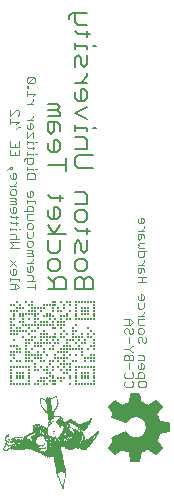
<source format=gbo>
G75*
G70*
%OFA0B0*%
%FSLAX24Y24*%
%IPPOS*%
%LPD*%
%AMOC8*
5,1,8,0,0,1.08239X$1,22.5*
%
%ADD10C,0.0050*%
%ADD11C,0.0030*%
%ADD12R,0.0098X0.0098*%
%ADD13R,0.0020X0.0060*%
%ADD14R,0.0020X0.0020*%
%ADD15R,0.0020X0.0100*%
%ADD16R,0.0020X0.0040*%
%ADD17R,0.0020X0.0080*%
%ADD18R,0.0020X0.0120*%
%ADD19R,0.0020X0.0140*%
%ADD20R,0.0020X0.0200*%
%ADD21R,0.0020X0.0160*%
%ADD22R,0.0020X0.0180*%
%ADD23R,0.0020X0.0220*%
%ADD24R,0.0020X0.0360*%
%ADD25R,0.0020X0.0340*%
%ADD26R,0.0020X0.0320*%
%ADD27R,0.0020X0.0420*%
%ADD28R,0.0020X0.0440*%
%ADD29R,0.0020X0.0400*%
%ADD30R,0.0020X0.0380*%
%ADD31R,0.0020X0.0300*%
%ADD32R,0.0020X0.0460*%
%ADD33R,0.0020X0.0480*%
%ADD34R,0.0020X0.0520*%
%ADD35R,0.0020X0.0540*%
%ADD36R,0.0020X0.0260*%
%ADD37R,0.0020X0.0580*%
%ADD38R,0.0020X0.0800*%
%ADD39R,0.0020X0.0280*%
%ADD40R,0.0020X0.0240*%
%ADD41R,0.0020X0.0500*%
%ADD42R,0.0020X0.0620*%
%ADD43R,0.0020X0.0760*%
%ADD44R,0.0020X0.0840*%
%ADD45R,0.0020X0.0780*%
%ADD46R,0.0020X0.0680*%
%ADD47R,0.0020X0.0660*%
%ADD48R,0.0020X0.0880*%
%ADD49R,0.0020X0.1080*%
%ADD50R,0.0020X0.1180*%
%ADD51R,0.0020X0.1240*%
%ADD52R,0.0020X0.1200*%
%ADD53R,0.0020X0.1100*%
%ADD54R,0.0020X0.1060*%
%ADD55R,0.0020X0.1040*%
%ADD56R,0.0020X0.1020*%
%ADD57R,0.0020X0.0700*%
%ADD58R,0.0020X0.0600*%
%ADD59R,0.0020X0.0560*%
%ADD60C,0.0060*%
D10*
X027697Y017397D02*
X028307Y017397D01*
X028307Y017702D01*
X028205Y017804D01*
X028002Y017804D01*
X027900Y017702D01*
X027900Y017397D01*
X027900Y017600D02*
X027697Y017804D01*
X027798Y018004D02*
X027697Y018106D01*
X027697Y018310D01*
X027798Y018411D01*
X028002Y018411D01*
X028104Y018310D01*
X028104Y018106D01*
X028002Y018004D01*
X027798Y018004D01*
X027798Y018612D02*
X027697Y018714D01*
X027697Y019019D01*
X027697Y019220D02*
X028307Y019220D01*
X028104Y019019D02*
X028104Y018714D01*
X028002Y018612D01*
X027798Y018612D01*
X027900Y019220D02*
X028104Y019525D01*
X028002Y019726D02*
X028104Y019828D01*
X028104Y020032D01*
X028002Y020133D01*
X027900Y020133D01*
X027900Y019726D01*
X027798Y019726D02*
X028002Y019726D01*
X027798Y019726D02*
X027697Y019828D01*
X027697Y020032D01*
X027798Y020436D02*
X027697Y020538D01*
X027798Y020436D02*
X028205Y020436D01*
X028104Y020334D02*
X028104Y020538D01*
X028597Y020640D02*
X028902Y020640D01*
X029004Y020538D01*
X029004Y020233D01*
X028597Y020233D01*
X028698Y020032D02*
X028902Y020032D01*
X029004Y019930D01*
X029004Y019727D01*
X028902Y019625D01*
X028698Y019625D01*
X028597Y019727D01*
X028597Y019930D01*
X028698Y020032D01*
X028597Y019423D02*
X028698Y019322D01*
X029105Y019322D01*
X029004Y019423D02*
X029004Y019220D01*
X029004Y019019D02*
X029004Y018714D01*
X028902Y018612D01*
X028800Y018714D01*
X028800Y018917D01*
X028698Y019019D01*
X028597Y018917D01*
X028597Y018612D01*
X028698Y018411D02*
X028902Y018411D01*
X029004Y018310D01*
X029004Y018106D01*
X028902Y018004D01*
X028698Y018004D01*
X028597Y018106D01*
X028597Y018310D01*
X028698Y018411D01*
X028698Y017804D02*
X028597Y017702D01*
X028597Y017397D01*
X029207Y017397D01*
X029207Y017702D01*
X029105Y017804D01*
X029004Y017804D01*
X028902Y017702D01*
X028902Y017397D01*
X028902Y017702D02*
X028800Y017804D01*
X028698Y017804D01*
X027900Y019220D02*
X027697Y019525D01*
X028307Y021347D02*
X028307Y021754D01*
X028307Y021550D02*
X027697Y021550D01*
X027798Y021955D02*
X028002Y021955D01*
X028104Y022056D01*
X028104Y022260D01*
X028002Y022362D01*
X027900Y022362D01*
X027900Y021955D01*
X027798Y021955D02*
X027697Y022056D01*
X027697Y022260D01*
X027798Y022562D02*
X027900Y022664D01*
X027900Y022969D01*
X028002Y022969D02*
X027697Y022969D01*
X027697Y022664D01*
X027798Y022562D01*
X028104Y022664D02*
X028104Y022868D01*
X028002Y022969D01*
X028104Y023170D02*
X027697Y023170D01*
X027697Y023374D02*
X028002Y023374D01*
X028104Y023475D01*
X028002Y023577D01*
X027697Y023577D01*
X028002Y023374D02*
X028104Y023272D01*
X028104Y023170D01*
X028597Y023272D02*
X029004Y023476D01*
X028902Y023676D02*
X029004Y023778D01*
X029004Y023982D01*
X028902Y024083D01*
X028800Y024083D01*
X028800Y023676D01*
X028698Y023676D02*
X028902Y023676D01*
X028698Y023676D02*
X028597Y023778D01*
X028597Y023982D01*
X028597Y024284D02*
X029004Y024284D01*
X029004Y024488D02*
X029004Y024589D01*
X029004Y024488D02*
X028800Y024284D01*
X028902Y024791D02*
X029004Y024892D01*
X029004Y025198D01*
X029004Y025398D02*
X029004Y025500D01*
X028597Y025500D01*
X028597Y025398D02*
X028597Y025602D01*
X028698Y025905D02*
X028597Y026007D01*
X028698Y025905D02*
X029105Y025905D01*
X029004Y025803D02*
X029004Y026007D01*
X029004Y026209D02*
X028698Y026209D01*
X028597Y026310D01*
X028597Y026616D01*
X028495Y026616D02*
X028393Y026514D01*
X028393Y026412D01*
X028495Y026616D02*
X029004Y026616D01*
X029207Y025500D02*
X029309Y025500D01*
X028800Y025096D02*
X028698Y025198D01*
X028597Y025096D01*
X028597Y024791D01*
X028800Y024892D02*
X028902Y024791D01*
X028800Y024892D02*
X028800Y025096D01*
X028597Y023272D02*
X029004Y023069D01*
X029004Y022765D02*
X028597Y022765D01*
X028597Y022664D02*
X028597Y022867D01*
X028597Y022463D02*
X028902Y022463D01*
X029004Y022361D01*
X029004Y022056D01*
X028597Y022056D01*
X028698Y021855D02*
X029207Y021855D01*
X029207Y021448D02*
X028698Y021448D01*
X028597Y021550D01*
X028597Y021753D01*
X028698Y021855D01*
X029004Y022664D02*
X029004Y022765D01*
X029207Y022765D02*
X029309Y022765D01*
D11*
X027325Y022297D02*
X027277Y022297D01*
X027180Y022297D02*
X026987Y022297D01*
X026987Y022345D02*
X026987Y022248D01*
X026987Y022149D02*
X027035Y022100D01*
X027229Y022100D01*
X027180Y022052D02*
X027180Y022149D01*
X027180Y022248D02*
X027180Y022297D01*
X027180Y022445D02*
X027180Y022638D01*
X026987Y022445D01*
X026987Y022638D01*
X027035Y022739D02*
X027132Y022739D01*
X027180Y022788D01*
X027180Y022884D01*
X027132Y022933D01*
X027083Y022933D01*
X027083Y022739D01*
X027035Y022739D02*
X026987Y022788D01*
X026987Y022884D01*
X026987Y023034D02*
X027180Y023034D01*
X027083Y023034D02*
X027180Y023131D01*
X027180Y023179D01*
X027180Y023574D02*
X026987Y023574D01*
X027083Y023574D02*
X027180Y023671D01*
X027180Y023719D01*
X027180Y023820D02*
X027277Y023916D01*
X026987Y023916D01*
X026987Y023820D02*
X026987Y024013D01*
X026987Y024114D02*
X026987Y024163D01*
X027035Y024163D01*
X027035Y024114D01*
X026987Y024114D01*
X027035Y024262D02*
X027229Y024455D01*
X027035Y024455D01*
X026987Y024407D01*
X026987Y024310D01*
X027035Y024262D01*
X027229Y024262D01*
X027277Y024310D01*
X027277Y024407D01*
X027229Y024455D01*
X026679Y023375D02*
X026727Y023326D01*
X026727Y023230D01*
X026679Y023181D01*
X026679Y023375D02*
X026630Y023375D01*
X026437Y023181D01*
X026437Y023375D01*
X026437Y023080D02*
X026437Y022887D01*
X026437Y022983D02*
X026727Y022983D01*
X026630Y022887D01*
X026679Y022788D02*
X026630Y022739D01*
X026679Y022788D02*
X026775Y022788D01*
X026727Y022344D02*
X026727Y022150D01*
X026437Y022150D01*
X026437Y022344D01*
X026582Y022247D02*
X026582Y022150D01*
X026727Y022049D02*
X026727Y021855D01*
X026437Y021855D01*
X026437Y022049D01*
X026582Y021952D02*
X026582Y021855D01*
X026890Y021706D02*
X026938Y021754D01*
X027180Y021754D01*
X027180Y021609D01*
X027132Y021561D01*
X027035Y021561D01*
X026987Y021609D01*
X026987Y021754D01*
X026987Y021855D02*
X026987Y021952D01*
X026987Y021904D02*
X027180Y021904D01*
X027180Y021855D01*
X027277Y021904D02*
X027325Y021904D01*
X026890Y021706D02*
X026890Y021658D01*
X026987Y021461D02*
X026987Y021364D01*
X026987Y021413D02*
X027180Y021413D01*
X027180Y021364D01*
X027277Y021413D02*
X027325Y021413D01*
X027229Y021263D02*
X027277Y021215D01*
X027277Y021070D01*
X026987Y021070D01*
X026987Y021215D01*
X027035Y021263D01*
X027229Y021263D01*
X027132Y020674D02*
X027083Y020674D01*
X027083Y020480D01*
X027035Y020480D02*
X027132Y020480D01*
X027180Y020529D01*
X027180Y020626D01*
X027132Y020674D01*
X026987Y020626D02*
X026987Y020529D01*
X027035Y020480D01*
X026987Y020381D02*
X026987Y020284D01*
X026987Y020332D02*
X027277Y020332D01*
X027277Y020284D01*
X027132Y020183D02*
X027180Y020135D01*
X027180Y019989D01*
X026890Y019989D01*
X026987Y019989D02*
X026987Y020135D01*
X027035Y020183D01*
X027132Y020183D01*
X027180Y019888D02*
X026987Y019888D01*
X026987Y019743D01*
X027035Y019695D01*
X027180Y019695D01*
X027132Y019594D02*
X027180Y019545D01*
X027180Y019448D01*
X027132Y019400D01*
X027035Y019400D01*
X026987Y019448D01*
X026987Y019545D01*
X027035Y019594D01*
X027132Y019594D01*
X027180Y019299D02*
X027180Y019154D01*
X027132Y019105D01*
X027035Y019105D01*
X026987Y019154D01*
X026987Y019299D01*
X026775Y019399D02*
X026727Y019399D01*
X026630Y019399D02*
X026437Y019399D01*
X026437Y019351D02*
X026437Y019448D01*
X026485Y019596D02*
X026437Y019644D01*
X026485Y019596D02*
X026679Y019596D01*
X026630Y019644D02*
X026630Y019547D01*
X026630Y019399D02*
X026630Y019351D01*
X026582Y019250D02*
X026437Y019250D01*
X026582Y019250D02*
X026630Y019201D01*
X026630Y019105D01*
X026582Y019056D01*
X026727Y019056D02*
X026437Y019056D01*
X026437Y018955D02*
X026727Y018955D01*
X026727Y018762D02*
X026437Y018762D01*
X026533Y018858D01*
X026437Y018955D01*
X026987Y018956D02*
X027035Y019004D01*
X027132Y019004D01*
X027180Y018956D01*
X027180Y018859D01*
X027132Y018811D01*
X027035Y018811D01*
X026987Y018859D01*
X026987Y018956D01*
X026987Y018710D02*
X027132Y018710D01*
X027180Y018661D01*
X027132Y018613D01*
X026987Y018613D01*
X026987Y018516D02*
X027180Y018516D01*
X027180Y018565D01*
X027132Y018613D01*
X027180Y018416D02*
X027180Y018367D01*
X027083Y018271D01*
X026987Y018271D02*
X027180Y018271D01*
X027132Y018169D02*
X027180Y018121D01*
X027180Y018024D01*
X027132Y017976D01*
X027035Y017976D01*
X026987Y018024D01*
X026987Y018121D01*
X027083Y018169D02*
X027083Y017976D01*
X027132Y017875D02*
X026987Y017875D01*
X027132Y017875D02*
X027180Y017826D01*
X027180Y017730D01*
X027132Y017681D01*
X027277Y017681D02*
X026987Y017681D01*
X026987Y017483D02*
X027277Y017483D01*
X027277Y017387D02*
X027277Y017580D01*
X026727Y017483D02*
X026630Y017580D01*
X026437Y017580D01*
X026437Y017681D02*
X026437Y017778D01*
X026437Y017730D02*
X026727Y017730D01*
X026727Y017681D01*
X026582Y017580D02*
X026582Y017387D01*
X026630Y017387D02*
X026727Y017483D01*
X026630Y017387D02*
X026437Y017387D01*
X026485Y017878D02*
X026582Y017878D01*
X026630Y017926D01*
X026630Y018023D01*
X026582Y018071D01*
X026533Y018071D01*
X026533Y017878D01*
X026485Y017878D02*
X026437Y017926D01*
X026437Y018023D01*
X026437Y018172D02*
X026630Y018366D01*
X026437Y018366D02*
X026630Y018172D01*
X027083Y018169D02*
X027132Y018169D01*
X026630Y019744D02*
X026630Y019841D01*
X026679Y019792D02*
X026485Y019792D01*
X026437Y019841D01*
X026485Y019940D02*
X026582Y019940D01*
X026630Y019989D01*
X026630Y020085D01*
X026582Y020134D01*
X026533Y020134D01*
X026533Y019940D01*
X026485Y019940D02*
X026437Y019989D01*
X026437Y020085D01*
X026437Y020235D02*
X026630Y020235D01*
X026630Y020283D01*
X026582Y020332D01*
X026630Y020380D01*
X026582Y020428D01*
X026437Y020428D01*
X026437Y020332D02*
X026582Y020332D01*
X026582Y020530D02*
X026485Y020530D01*
X026437Y020578D01*
X026437Y020675D01*
X026485Y020723D01*
X026582Y020723D01*
X026630Y020675D01*
X026630Y020578D01*
X026582Y020530D01*
X026630Y020824D02*
X026437Y020824D01*
X026533Y020824D02*
X026630Y020921D01*
X026630Y020969D01*
X026582Y021070D02*
X026630Y021118D01*
X026630Y021215D01*
X026582Y021263D01*
X026533Y021263D01*
X026533Y021070D01*
X026485Y021070D02*
X026582Y021070D01*
X026485Y021070D02*
X026437Y021118D01*
X026437Y021215D01*
X026340Y021364D02*
X026437Y021461D01*
X026437Y021413D01*
X026485Y021413D01*
X026485Y021461D01*
X026437Y021461D01*
X030687Y019733D02*
X030687Y019636D01*
X030735Y019588D01*
X030832Y019588D01*
X030880Y019636D01*
X030880Y019733D01*
X030832Y019781D01*
X030783Y019781D01*
X030783Y019588D01*
X030880Y019487D02*
X030880Y019439D01*
X030783Y019342D01*
X030687Y019342D02*
X030880Y019342D01*
X030832Y019241D02*
X030687Y019241D01*
X030687Y019096D01*
X030735Y019047D01*
X030783Y019096D01*
X030783Y019241D01*
X030832Y019241D02*
X030880Y019193D01*
X030880Y019096D01*
X030880Y018946D02*
X030735Y018946D01*
X030687Y018898D01*
X030735Y018850D01*
X030687Y018801D01*
X030735Y018753D01*
X030880Y018753D01*
X030880Y018652D02*
X030880Y018506D01*
X030832Y018458D01*
X030735Y018458D01*
X030687Y018506D01*
X030687Y018652D01*
X030977Y018652D01*
X030880Y018358D02*
X030880Y018309D01*
X030783Y018213D01*
X030687Y018213D02*
X030880Y018213D01*
X030832Y018111D02*
X030687Y018111D01*
X030687Y017966D01*
X030735Y017918D01*
X030783Y017966D01*
X030783Y018111D01*
X030832Y018111D02*
X030880Y018063D01*
X030880Y017966D01*
X030832Y017817D02*
X030832Y017623D01*
X030687Y017623D02*
X030977Y017623D01*
X030977Y017817D02*
X030687Y017817D01*
X030783Y017228D02*
X030783Y017034D01*
X030735Y017034D02*
X030832Y017034D01*
X030880Y017082D01*
X030880Y017179D01*
X030832Y017228D01*
X030783Y017228D01*
X030687Y017179D02*
X030687Y017082D01*
X030735Y017034D01*
X030687Y016933D02*
X030687Y016788D01*
X030735Y016739D01*
X030832Y016739D01*
X030880Y016788D01*
X030880Y016933D01*
X030880Y016639D02*
X030880Y016591D01*
X030783Y016494D01*
X030687Y016494D02*
X030880Y016494D01*
X030880Y016393D02*
X030687Y016393D01*
X030687Y016248D01*
X030735Y016199D01*
X030880Y016199D01*
X030832Y016098D02*
X030880Y016050D01*
X030880Y015953D01*
X030832Y015905D01*
X030735Y015905D01*
X030687Y015953D01*
X030687Y016050D01*
X030735Y016098D01*
X030832Y016098D01*
X030783Y015803D02*
X030735Y015803D01*
X030687Y015755D01*
X030687Y015658D01*
X030735Y015610D01*
X030832Y015658D02*
X030832Y015755D01*
X030783Y015803D01*
X030929Y015803D02*
X030977Y015755D01*
X030977Y015658D01*
X030929Y015610D01*
X030880Y015610D01*
X030832Y015658D01*
X030527Y015509D02*
X030479Y015509D01*
X030382Y015412D01*
X030237Y015412D01*
X030382Y015412D02*
X030479Y015315D01*
X030527Y015315D01*
X030479Y015214D02*
X030430Y015214D01*
X030382Y015166D01*
X030382Y015021D01*
X030382Y014919D02*
X030382Y014726D01*
X030479Y014625D02*
X030527Y014576D01*
X030527Y014480D01*
X030479Y014431D01*
X030285Y014431D01*
X030237Y014480D01*
X030237Y014576D01*
X030285Y014625D01*
X030285Y014330D02*
X030237Y014282D01*
X030237Y014185D01*
X030285Y014137D01*
X030479Y014137D01*
X030527Y014185D01*
X030527Y014282D01*
X030479Y014330D01*
X030590Y014431D02*
X030880Y014431D01*
X030880Y014576D01*
X030832Y014625D01*
X030735Y014625D01*
X030687Y014576D01*
X030687Y014431D01*
X030735Y014330D02*
X030929Y014330D01*
X030977Y014282D01*
X030977Y014185D01*
X030929Y014137D01*
X030735Y014137D01*
X030687Y014185D01*
X030687Y014282D01*
X030735Y014330D01*
X030735Y014726D02*
X030832Y014726D01*
X030880Y014774D01*
X030880Y014871D01*
X030832Y014919D01*
X030783Y014919D01*
X030783Y014726D01*
X030735Y014726D02*
X030687Y014774D01*
X030687Y014871D01*
X030687Y015021D02*
X030880Y015021D01*
X030880Y015166D01*
X030832Y015214D01*
X030687Y015214D01*
X030527Y015166D02*
X030479Y015214D01*
X030527Y015166D02*
X030527Y015021D01*
X030237Y015021D01*
X030237Y015166D01*
X030285Y015214D01*
X030333Y015214D01*
X030382Y015166D01*
X030382Y015610D02*
X030382Y015803D01*
X030430Y015905D02*
X030382Y015953D01*
X030382Y016050D01*
X030333Y016098D01*
X030285Y016098D01*
X030237Y016050D01*
X030237Y015953D01*
X030285Y015905D01*
X030430Y015905D02*
X030479Y015905D01*
X030527Y015953D01*
X030527Y016050D01*
X030479Y016098D01*
X030430Y016199D02*
X030527Y016296D01*
X030430Y016393D01*
X030237Y016393D01*
X030382Y016393D02*
X030382Y016199D01*
X030430Y016199D02*
X030237Y016199D01*
D12*
X029222Y016386D03*
X029124Y016386D03*
X029026Y016386D03*
X028927Y016386D03*
X028829Y016386D03*
X028730Y016386D03*
X028632Y016386D03*
X028632Y016485D03*
X028632Y016583D03*
X028632Y016682D03*
X028632Y016780D03*
X028632Y016878D03*
X028632Y016977D03*
X028730Y016977D03*
X028829Y016977D03*
X028927Y016977D03*
X029026Y016977D03*
X029124Y016977D03*
X029222Y016977D03*
X029222Y016878D03*
X029222Y016780D03*
X029222Y016682D03*
X029222Y016583D03*
X029222Y016485D03*
X029026Y016583D03*
X029026Y016682D03*
X029026Y016780D03*
X028927Y016780D03*
X028829Y016780D03*
X028829Y016682D03*
X028927Y016682D03*
X028927Y016583D03*
X028829Y016583D03*
X028435Y016682D03*
X028337Y016583D03*
X028337Y016485D03*
X028337Y016386D03*
X028435Y016386D03*
X028238Y016288D03*
X028140Y016288D03*
X028140Y016386D03*
X028140Y016485D03*
X028238Y016485D03*
X028140Y016682D03*
X028041Y016682D03*
X028041Y016780D03*
X027943Y016878D03*
X027844Y016878D03*
X027746Y016878D03*
X027648Y016878D03*
X027549Y016878D03*
X027549Y016780D03*
X027451Y016780D03*
X027451Y016682D03*
X027352Y016780D03*
X027254Y016780D03*
X027254Y016682D03*
X027156Y016682D03*
X027156Y016780D03*
X027156Y016878D03*
X027156Y016977D03*
X027057Y016878D03*
X026959Y016977D03*
X026860Y016780D03*
X026762Y016780D03*
X026762Y016878D03*
X026663Y016780D03*
X026663Y016682D03*
X026565Y016682D03*
X026467Y016682D03*
X026565Y016583D03*
X026565Y016485D03*
X026565Y016386D03*
X026467Y016386D03*
X026467Y016288D03*
X026467Y016189D03*
X026565Y016189D03*
X026663Y016091D03*
X026663Y015993D03*
X026565Y015993D03*
X026467Y015993D03*
X026467Y016091D03*
X026467Y015894D03*
X026565Y015894D03*
X026663Y015894D03*
X026762Y015993D03*
X026762Y016091D03*
X026860Y015993D03*
X026959Y015993D03*
X027057Y016091D03*
X027057Y016189D03*
X026959Y016189D03*
X026860Y016189D03*
X026860Y016288D03*
X026762Y016288D03*
X026860Y016386D03*
X026860Y016485D03*
X026860Y016583D03*
X026762Y016583D03*
X026762Y016485D03*
X026959Y016583D03*
X027057Y016583D03*
X027156Y016583D03*
X027254Y016583D03*
X027254Y016485D03*
X027254Y016386D03*
X027254Y016288D03*
X027254Y016189D03*
X027352Y016189D03*
X027352Y016091D03*
X027254Y015993D03*
X027156Y015993D03*
X027057Y015894D03*
X027156Y015796D03*
X027254Y015796D03*
X027156Y015697D03*
X027057Y015697D03*
X027057Y015599D03*
X026959Y015599D03*
X026959Y015697D03*
X026860Y015796D03*
X026565Y015697D03*
X026565Y015500D03*
X026663Y015500D03*
X026663Y015402D03*
X026663Y015304D03*
X026565Y015304D03*
X026467Y015304D03*
X026467Y015205D03*
X026565Y015205D03*
X026565Y015107D03*
X026663Y015008D03*
X026762Y015008D03*
X026762Y014811D03*
X026860Y014811D03*
X026959Y014811D03*
X027057Y014811D03*
X027057Y014713D03*
X027057Y014615D03*
X027057Y014516D03*
X027057Y014418D03*
X027057Y014319D03*
X027057Y014221D03*
X026959Y014221D03*
X026860Y014221D03*
X026762Y014221D03*
X026663Y014221D03*
X026565Y014221D03*
X026467Y014221D03*
X026467Y014319D03*
X026467Y014418D03*
X026467Y014516D03*
X026467Y014615D03*
X026467Y014713D03*
X026467Y014811D03*
X026565Y014811D03*
X026663Y014811D03*
X026663Y014615D03*
X026663Y014516D03*
X026663Y014418D03*
X026762Y014418D03*
X026860Y014418D03*
X026860Y014516D03*
X026762Y014516D03*
X026762Y014615D03*
X026860Y014615D03*
X026959Y015008D03*
X027057Y015008D03*
X027156Y015008D03*
X027254Y014910D03*
X027254Y014811D03*
X027254Y014713D03*
X027352Y014713D03*
X027451Y014811D03*
X027549Y014713D03*
X027648Y014713D03*
X027648Y014615D03*
X027746Y014615D03*
X027746Y014516D03*
X027844Y014516D03*
X027844Y014418D03*
X027844Y014319D03*
X027746Y014319D03*
X027648Y014221D03*
X027549Y014221D03*
X027549Y014319D03*
X027451Y014319D03*
X027352Y014319D03*
X027352Y014221D03*
X027254Y014221D03*
X027451Y014418D03*
X027549Y014418D03*
X027648Y014418D03*
X027844Y014221D03*
X027943Y014221D03*
X027943Y014319D03*
X028041Y014418D03*
X028140Y014418D03*
X028238Y014418D03*
X028140Y014319D03*
X028435Y014221D03*
X028435Y014418D03*
X028435Y014516D03*
X028337Y014615D03*
X028337Y014713D03*
X028435Y014713D03*
X028435Y014811D03*
X028435Y014910D03*
X028337Y014910D03*
X028238Y014910D03*
X028140Y014910D03*
X028238Y015008D03*
X028238Y015107D03*
X028238Y015205D03*
X028238Y015304D03*
X028238Y015402D03*
X028140Y015402D03*
X028140Y015304D03*
X028041Y015304D03*
X027943Y015205D03*
X027943Y015107D03*
X028041Y015107D03*
X028041Y015008D03*
X028140Y015107D03*
X028337Y015107D03*
X028435Y015205D03*
X028337Y015304D03*
X028337Y015402D03*
X028435Y015402D03*
X028435Y015500D03*
X028337Y015500D03*
X028238Y015500D03*
X028337Y015599D03*
X028337Y015697D03*
X028435Y015697D03*
X028533Y015697D03*
X028533Y015796D03*
X028533Y015894D03*
X028533Y015993D03*
X028533Y016091D03*
X028632Y015993D03*
X028632Y016189D03*
X028829Y015894D03*
X028829Y015796D03*
X028730Y015796D03*
X028632Y015796D03*
X028730Y015697D03*
X028632Y015599D03*
X028730Y015500D03*
X028730Y015402D03*
X028632Y015402D03*
X028533Y015402D03*
X028632Y015205D03*
X028632Y015008D03*
X028533Y015008D03*
X028632Y014811D03*
X028632Y014713D03*
X028632Y014615D03*
X028632Y014516D03*
X028632Y014418D03*
X028632Y014319D03*
X028632Y014221D03*
X028730Y014221D03*
X028829Y014221D03*
X028927Y014221D03*
X029026Y014221D03*
X029124Y014221D03*
X029222Y014221D03*
X029222Y014319D03*
X029222Y014418D03*
X029222Y014516D03*
X029222Y014615D03*
X029222Y014713D03*
X029222Y014811D03*
X029124Y014811D03*
X029026Y014811D03*
X028927Y014811D03*
X028829Y014811D03*
X028730Y014811D03*
X028829Y014615D03*
X028927Y014615D03*
X029026Y014615D03*
X029026Y014516D03*
X029026Y014418D03*
X028927Y014418D03*
X028927Y014516D03*
X028829Y014516D03*
X028829Y014418D03*
X028238Y014615D03*
X028140Y014713D03*
X028238Y014811D03*
X028041Y014811D03*
X027844Y014811D03*
X027844Y014713D03*
X027648Y014811D03*
X027746Y014910D03*
X027746Y015008D03*
X027844Y015008D03*
X027648Y015205D03*
X027549Y015304D03*
X027549Y015402D03*
X027451Y015500D03*
X027352Y015500D03*
X027254Y015500D03*
X027254Y015599D03*
X027352Y015599D03*
X027451Y015599D03*
X027549Y015599D03*
X027648Y015599D03*
X027746Y015599D03*
X027648Y015697D03*
X027648Y015796D03*
X027746Y015796D03*
X027844Y015796D03*
X027844Y015697D03*
X027943Y015599D03*
X028041Y015599D03*
X028041Y015697D03*
X027943Y015796D03*
X027943Y015894D03*
X028140Y015894D03*
X028140Y015796D03*
X028238Y015796D03*
X028337Y015894D03*
X028238Y015993D03*
X028140Y016091D03*
X028140Y016189D03*
X028238Y016189D03*
X028041Y016189D03*
X028041Y016288D03*
X027943Y016386D03*
X027844Y016288D03*
X027844Y016189D03*
X027746Y016189D03*
X027648Y016189D03*
X027549Y016189D03*
X027451Y016189D03*
X027451Y016288D03*
X027549Y016288D03*
X027648Y016288D03*
X027746Y016386D03*
X027746Y016485D03*
X027746Y016583D03*
X027648Y016583D03*
X027648Y016485D03*
X027549Y016485D03*
X027352Y016583D03*
X027352Y016386D03*
X027156Y016189D03*
X027057Y016386D03*
X027057Y016682D03*
X026663Y016977D03*
X026565Y016878D03*
X026467Y016878D03*
X027549Y015993D03*
X027549Y015894D03*
X027451Y015894D03*
X027451Y015796D03*
X027549Y015796D03*
X027648Y015894D03*
X027844Y016091D03*
X027943Y016091D03*
X027844Y016485D03*
X027844Y016682D03*
X027844Y016780D03*
X027844Y016977D03*
X027943Y016977D03*
X028140Y016977D03*
X028238Y016878D03*
X028238Y016780D03*
X028337Y016977D03*
X028435Y016977D03*
X028435Y016878D03*
X029026Y016091D03*
X029124Y015993D03*
X029026Y015894D03*
X029026Y015796D03*
X029124Y015796D03*
X029222Y015894D03*
X029222Y015697D03*
X029222Y015599D03*
X029222Y015500D03*
X029222Y015402D03*
X029124Y015500D03*
X029026Y015402D03*
X028829Y015402D03*
X028829Y015304D03*
X028829Y015205D03*
X028927Y015107D03*
X029026Y015107D03*
X029124Y015107D03*
X029124Y015205D03*
X029222Y015205D03*
X029222Y015107D03*
X029222Y015008D03*
X029124Y015008D03*
X028927Y015008D03*
X028927Y015599D03*
X028829Y015599D03*
X028927Y015697D03*
X027844Y015500D03*
X027844Y015402D03*
X027746Y015402D03*
X027451Y015205D03*
X027451Y015107D03*
X027352Y015107D03*
X027254Y015107D03*
X027254Y015205D03*
X027352Y015205D03*
X027352Y015304D03*
X027156Y015402D03*
X027057Y015304D03*
X026959Y015304D03*
X026959Y015402D03*
X026959Y015500D03*
X026762Y015402D03*
X026762Y015304D03*
X026959Y015205D03*
X027057Y015205D03*
X027057Y015107D03*
X026959Y015107D03*
X027156Y015205D03*
X027451Y015008D03*
X027549Y015008D03*
X027451Y015697D03*
X026467Y015500D03*
X026467Y015008D03*
D13*
X026242Y012082D03*
X026262Y012122D03*
X026262Y012042D03*
X026362Y012202D03*
X026322Y012342D03*
X026282Y012402D03*
X027042Y012502D03*
X027062Y012522D03*
X027122Y012562D03*
X027142Y012562D03*
X027162Y012582D03*
X027202Y012602D03*
X027642Y012362D03*
X027782Y012322D03*
X027782Y012482D03*
X027902Y012442D03*
X028062Y012422D03*
X028322Y012442D03*
X028342Y012442D03*
X028362Y012522D03*
X028342Y012722D03*
X028562Y012702D03*
X028822Y012642D03*
X028842Y012542D03*
X029262Y012522D03*
X029282Y012542D03*
X029322Y012502D03*
X029282Y012442D03*
X029262Y012402D03*
X029242Y012382D03*
X029202Y012322D03*
X028162Y013002D03*
X028182Y013062D03*
X027902Y013122D03*
X027742Y012842D03*
X027482Y013502D03*
X027462Y012062D03*
X028042Y011162D03*
X028062Y011122D03*
X028082Y011062D03*
X028102Y011022D03*
X028142Y010922D03*
X028162Y010882D03*
X028182Y010822D03*
X028222Y010762D03*
D14*
X027582Y012062D03*
X027562Y012062D03*
X027542Y012062D03*
X027522Y012062D03*
X027502Y012062D03*
X027482Y012062D03*
X027482Y012162D03*
X027502Y012162D03*
X027462Y012162D03*
X027542Y012182D03*
X027562Y012182D03*
X027582Y012202D03*
X027602Y012222D03*
X027642Y012102D03*
X027622Y012082D03*
X027602Y012082D03*
X027782Y012202D03*
X027802Y012222D03*
X027782Y012242D03*
X027802Y012182D03*
X027902Y012582D03*
X027882Y012622D03*
X027942Y012622D03*
X027842Y012942D03*
X027862Y012962D03*
X027882Y012962D03*
X027922Y013122D03*
X027942Y013122D03*
X027962Y013142D03*
X027982Y013142D03*
X028002Y013142D03*
X028022Y013142D03*
X028042Y013142D03*
X028062Y013142D03*
X028082Y013142D03*
X028102Y013142D03*
X028142Y013122D03*
X028422Y013022D03*
X028442Y012862D03*
X028462Y012782D03*
X028542Y012722D03*
X028762Y012702D03*
X028822Y012562D03*
X028722Y012862D03*
X028322Y012742D03*
X028402Y012542D03*
X028442Y012442D03*
X028382Y012402D03*
X028362Y012382D03*
X028342Y012382D03*
X028322Y012382D03*
X027542Y012522D03*
X027502Y012482D03*
X027442Y012642D03*
X027502Y012822D03*
X027582Y012782D03*
X027682Y013262D03*
X027622Y013322D03*
X027542Y013422D03*
X027522Y013442D03*
X027502Y013462D03*
X027562Y013702D03*
X027582Y013702D03*
X027602Y013702D03*
X027622Y013682D03*
X027542Y013722D03*
X027522Y013722D03*
X027502Y013722D03*
X027482Y013742D03*
X027802Y013722D03*
X027822Y013722D03*
X027842Y013742D03*
X027862Y013742D03*
X027882Y013762D03*
X027902Y013762D03*
X027922Y013782D03*
X027942Y013782D03*
X027962Y013802D03*
X027982Y013802D03*
X028062Y013582D03*
X026962Y012482D03*
X026862Y012422D03*
X026842Y012422D03*
X026822Y012422D03*
X026802Y012422D03*
X026782Y012422D03*
X026762Y012422D03*
X026742Y012422D03*
X026722Y012422D03*
X026702Y012422D03*
X026682Y012422D03*
X026662Y012422D03*
X026642Y012422D03*
X026622Y012422D03*
X026602Y012422D03*
X026502Y012382D03*
X026482Y012382D03*
X026422Y012362D03*
X026402Y012382D03*
X026422Y012322D03*
X026442Y012322D03*
X026482Y012302D03*
X026382Y012302D03*
X026362Y012302D03*
X026342Y012242D03*
X026342Y012202D03*
X026382Y012162D03*
X026402Y012142D03*
X026422Y012162D03*
X026462Y012162D03*
X026482Y012162D03*
X026562Y012202D03*
X026442Y012082D03*
X026422Y012082D03*
X026402Y012082D03*
X026342Y012002D03*
X026322Y012002D03*
X026302Y012002D03*
X026282Y012002D03*
X026302Y012142D03*
X026302Y012442D03*
X026342Y012502D03*
X026382Y012522D03*
X026942Y012042D03*
X029322Y012602D03*
D15*
X029222Y012462D03*
X029142Y013042D03*
X028362Y012682D03*
X028302Y012422D03*
X028082Y012422D03*
X027962Y012422D03*
X027462Y012522D03*
X027162Y012422D03*
X026542Y012102D03*
X026282Y012182D03*
X027502Y011942D03*
X028282Y011122D03*
X028542Y012302D03*
X027802Y012942D03*
D16*
X027822Y012932D03*
X027782Y012892D03*
X027762Y012872D03*
X027622Y012752D03*
X027602Y012772D03*
X027562Y012792D03*
X027542Y012812D03*
X027522Y012812D03*
X027422Y012852D03*
X027402Y012852D03*
X027382Y012852D03*
X027362Y012852D03*
X027342Y012852D03*
X027322Y012852D03*
X027302Y012852D03*
X027282Y012852D03*
X027242Y012632D03*
X027222Y012612D03*
X027182Y012592D03*
X027102Y012552D03*
X027082Y012532D03*
X027522Y012532D03*
X027562Y012492D03*
X027802Y012472D03*
X027842Y012452D03*
X027902Y012352D03*
X027762Y012212D03*
X027522Y012172D03*
X027442Y012152D03*
X027422Y012152D03*
X028142Y012132D03*
X028402Y012412D03*
X028362Y012452D03*
X028402Y012492D03*
X028382Y012512D03*
X028322Y012512D03*
X028302Y012512D03*
X028362Y012592D03*
X028362Y012772D03*
X028342Y012792D03*
X028322Y012792D03*
X028342Y012872D03*
X028402Y013012D03*
X028442Y013032D03*
X028162Y013112D03*
X028122Y013132D03*
X027982Y012972D03*
X027902Y013292D03*
X027922Y013332D03*
X027942Y013372D03*
X027962Y013412D03*
X027982Y013432D03*
X028002Y013472D03*
X028022Y013512D03*
X028002Y013792D03*
X027642Y013672D03*
X027562Y013392D03*
X027582Y013372D03*
X027602Y013352D03*
X027642Y013312D03*
X027662Y013292D03*
X027702Y013252D03*
X028722Y012812D03*
X028742Y012792D03*
X028722Y012752D03*
X028742Y012732D03*
X028742Y012632D03*
X028762Y012612D03*
X028782Y012592D03*
X028802Y012572D03*
X028842Y012612D03*
X028742Y012852D03*
X029302Y012572D03*
X029342Y012612D03*
X029402Y012632D03*
X029222Y012352D03*
X028202Y010772D03*
X026622Y012232D03*
X026582Y012212D03*
X026542Y012192D03*
X026502Y012312D03*
X026462Y012312D03*
X026402Y012312D03*
X026342Y012312D03*
X026302Y012372D03*
X026322Y012472D03*
X026362Y012512D03*
X026402Y012492D03*
X026522Y012392D03*
X026582Y012412D03*
X026322Y012232D03*
X026302Y012232D03*
X026382Y012072D03*
X026362Y012032D03*
X026462Y012092D03*
D17*
X026482Y012092D03*
X026522Y012312D03*
X026582Y012332D03*
X027022Y012492D03*
X027442Y012532D03*
X027662Y012332D03*
X027802Y012332D03*
X027822Y012192D03*
X027482Y011952D03*
X027462Y011972D03*
X028422Y012452D03*
X028582Y012692D03*
X028442Y012792D03*
X028442Y012952D03*
X028422Y012952D03*
X028342Y012952D03*
X028202Y012852D03*
X028002Y012972D03*
X027742Y012932D03*
X028022Y013712D03*
X028702Y012852D03*
X029162Y013072D03*
X029382Y012612D03*
X029342Y012532D03*
X029302Y012472D03*
X029242Y012492D03*
X028122Y010972D03*
D18*
X028262Y010992D03*
X028242Y010872D03*
X027542Y011932D03*
X027522Y011932D03*
X026762Y012332D03*
X026742Y012332D03*
X026622Y012332D03*
X026602Y012332D03*
X026562Y012352D03*
X026542Y012352D03*
X026562Y012112D03*
X026582Y012112D03*
X026502Y012112D03*
X027222Y012792D03*
X027662Y012472D03*
X028022Y012972D03*
X028162Y012892D03*
X028202Y012972D03*
X028322Y012912D03*
X028362Y012932D03*
X028462Y012992D03*
X028482Y012992D03*
X028682Y012872D03*
X028602Y012672D03*
X028622Y012652D03*
X028862Y012552D03*
X028882Y012512D03*
X028922Y012432D03*
X028842Y012432D03*
X029362Y012592D03*
X029122Y013012D03*
X028322Y012632D03*
D19*
X028302Y012662D03*
X028422Y012822D03*
X028282Y012902D03*
X028042Y012982D03*
X028102Y012422D03*
X027682Y012302D03*
X027422Y012022D03*
X027442Y012002D03*
X027562Y011922D03*
X027542Y012702D03*
X027522Y012702D03*
X026722Y012322D03*
X026702Y012322D03*
X026522Y012122D03*
X028302Y011262D03*
X029202Y012442D03*
X029082Y012942D03*
X029102Y012982D03*
X028762Y012822D03*
X028662Y012882D03*
X028642Y012902D03*
X028622Y012922D03*
X028602Y012922D03*
X028582Y012942D03*
X028562Y012942D03*
X028042Y013602D03*
D20*
X028222Y012912D03*
X028382Y012912D03*
X028402Y012872D03*
X028502Y012552D03*
X028822Y012812D03*
X028782Y012152D03*
X027642Y011912D03*
X027622Y011912D03*
X026722Y012132D03*
X026602Y012132D03*
D21*
X026622Y012112D03*
X026642Y012112D03*
X026662Y012312D03*
X026682Y012312D03*
X027482Y012552D03*
X027562Y012672D03*
X027642Y012672D03*
X027702Y012732D03*
X027722Y012852D03*
X027482Y012772D03*
X027462Y012772D03*
X027442Y012772D03*
X027642Y012492D03*
X028262Y012452D03*
X028282Y012452D03*
X028342Y012572D03*
X028542Y012952D03*
X028522Y012972D03*
X028502Y012972D03*
X028822Y012432D03*
X029062Y012932D03*
X027602Y011912D03*
X027582Y011912D03*
D22*
X028122Y012422D03*
X028282Y012722D03*
X028402Y012662D03*
X028302Y012882D03*
X028242Y012902D03*
X028062Y012962D03*
X027882Y013182D03*
X027462Y013662D03*
X027242Y012782D03*
X027282Y012702D03*
X027662Y012662D03*
X028542Y012142D03*
X028282Y011342D03*
X029022Y012882D03*
X029042Y012902D03*
X026702Y012122D03*
X026682Y012122D03*
X026662Y012122D03*
X026642Y012302D03*
D23*
X026742Y012142D03*
X026762Y012142D03*
X027662Y011922D03*
X027702Y012242D03*
X027842Y012242D03*
X027822Y012382D03*
X027702Y012502D03*
X028222Y012262D03*
X028242Y012242D03*
X028262Y012242D03*
X028522Y012522D03*
X028482Y012562D03*
X028462Y012582D03*
X028442Y012602D03*
X028422Y012622D03*
X028382Y012662D03*
X028782Y012782D03*
X028842Y012802D03*
X028982Y012842D03*
X029002Y012862D03*
X028802Y012422D03*
X028802Y012162D03*
X029182Y012382D03*
X027662Y013662D03*
D24*
X027382Y012632D03*
X027682Y012572D03*
X027782Y011972D03*
X026862Y012212D03*
X026782Y012212D03*
X028882Y012212D03*
D25*
X028502Y012222D03*
X028442Y012222D03*
X027802Y011962D03*
X027722Y012382D03*
X027422Y012642D03*
X027402Y012642D03*
X027062Y012242D03*
X027042Y012242D03*
X027022Y012242D03*
X027082Y012222D03*
X026842Y012222D03*
X026802Y012202D03*
X028242Y011442D03*
D26*
X027822Y011952D03*
X027702Y011952D03*
X027742Y012372D03*
X027622Y012552D03*
X027602Y012572D03*
X027582Y012592D03*
X027102Y012212D03*
X026822Y012212D03*
X028222Y012552D03*
X028402Y012212D03*
X028422Y012212D03*
X028522Y012212D03*
X028862Y012192D03*
X028962Y012212D03*
X028982Y012212D03*
D27*
X028242Y012582D03*
X028222Y011502D03*
X026982Y012282D03*
X026902Y012242D03*
X026882Y012242D03*
D28*
X026922Y012252D03*
X027002Y012292D03*
X027322Y012592D03*
D29*
X027342Y012612D03*
X026942Y012292D03*
X027722Y011992D03*
X027742Y011992D03*
D30*
X027762Y011982D03*
X028142Y012362D03*
X028462Y012242D03*
X028482Y012242D03*
X028262Y012782D03*
X027842Y013242D03*
X027682Y013602D03*
X027362Y012622D03*
X026962Y012262D03*
D31*
X027122Y012202D03*
X027142Y012202D03*
X027162Y012182D03*
X027842Y011942D03*
X028362Y012202D03*
X028382Y012202D03*
X028922Y012182D03*
X028942Y012202D03*
X029002Y012222D03*
X029022Y012242D03*
X029082Y012282D03*
X028122Y012942D03*
D32*
X028162Y012362D03*
X027182Y012262D03*
D33*
X027202Y012272D03*
X028622Y012332D03*
D34*
X028582Y012332D03*
X028742Y012332D03*
X027222Y012272D03*
D35*
X027242Y012282D03*
X027262Y012282D03*
X028562Y012342D03*
D36*
X028542Y012502D03*
X028782Y012422D03*
X028822Y012182D03*
X029142Y012342D03*
X029162Y012362D03*
X028802Y012782D03*
X028322Y012202D03*
X027762Y012382D03*
X027502Y012662D03*
X027262Y012742D03*
X027862Y013202D03*
X027342Y012102D03*
D37*
X027282Y012282D03*
X028662Y012402D03*
X028682Y012402D03*
X028702Y012382D03*
X028722Y012362D03*
D38*
X028142Y011692D03*
X027302Y012392D03*
D39*
X027322Y012132D03*
X028342Y012212D03*
X028842Y012192D03*
X029042Y012252D03*
X029062Y012272D03*
X029102Y012312D03*
X029122Y012332D03*
X028102Y012932D03*
D40*
X028082Y012952D03*
X028142Y012912D03*
X028862Y012812D03*
X028882Y012812D03*
X028902Y012812D03*
X028922Y012812D03*
X028942Y012832D03*
X028962Y012832D03*
X028302Y012212D03*
X028282Y012232D03*
X027682Y011912D03*
X027402Y012072D03*
X027382Y012072D03*
X027362Y012092D03*
X028262Y011392D03*
D41*
X028202Y011542D03*
X027902Y012062D03*
X028182Y012382D03*
X028602Y012342D03*
X028762Y012322D03*
X028902Y012282D03*
X027822Y013282D03*
X027702Y013542D03*
D42*
X027722Y013482D03*
X027802Y013322D03*
D43*
X027742Y013412D03*
X027922Y012092D03*
D44*
X027762Y013352D03*
D45*
X027782Y013342D03*
D46*
X027862Y012132D03*
D47*
X027882Y012142D03*
D48*
X027942Y012032D03*
X027962Y011912D03*
D49*
X027982Y011872D03*
D50*
X028002Y011822D03*
D51*
X028022Y011792D03*
D52*
X028042Y011832D03*
D53*
X028062Y011802D03*
D54*
X028082Y011802D03*
D55*
X028102Y011792D03*
D56*
X028122Y011802D03*
D57*
X028162Y011642D03*
D58*
X028182Y011592D03*
X028642Y012412D03*
D59*
X028202Y012392D03*
D60*
X029722Y012092D02*
X029912Y011912D01*
X030152Y012072D01*
X030145Y012106D02*
X029787Y012106D01*
X029772Y012122D02*
X029922Y011972D01*
X030172Y012122D01*
X030422Y012022D01*
X030522Y011722D01*
X030472Y011722D01*
X030722Y011722D01*
X030772Y012022D01*
X031072Y012122D01*
X031272Y011922D01*
X031422Y012072D01*
X031272Y012372D01*
X031422Y012672D01*
X031422Y012622D01*
X031672Y012672D01*
X031672Y012922D01*
X031372Y012922D01*
X031272Y013222D01*
X031422Y013472D01*
X031322Y013622D01*
X031022Y013472D01*
X030772Y013572D01*
X030722Y013872D01*
X030472Y013872D01*
X030472Y013572D01*
X030122Y013472D01*
X029922Y013622D01*
X029772Y013472D01*
X029922Y013272D01*
X029872Y013172D01*
X030272Y012972D01*
X030472Y013172D01*
X030722Y013172D01*
X030972Y013022D01*
X031022Y012772D01*
X030922Y012472D01*
X030922Y012522D01*
X030672Y012372D01*
X030372Y012472D01*
X030272Y012572D01*
X029872Y012422D01*
X029922Y012322D01*
X029772Y012122D01*
X029804Y012165D02*
X031375Y012165D01*
X031346Y012223D02*
X029848Y012223D01*
X029892Y012282D02*
X031317Y012282D01*
X031287Y012340D02*
X029912Y012340D01*
X029892Y012332D02*
X029722Y012092D01*
X029846Y012047D02*
X030048Y012047D01*
X029950Y011989D02*
X029904Y011989D01*
X030211Y012106D02*
X031025Y012106D01*
X031042Y012082D02*
X031302Y011902D01*
X031482Y012092D01*
X031302Y012352D01*
X031285Y012399D02*
X030717Y012399D01*
X030814Y012457D02*
X031314Y012457D01*
X031344Y012516D02*
X030936Y012516D01*
X030922Y012516D02*
X030912Y012516D01*
X030956Y012574D02*
X031373Y012574D01*
X031402Y012602D02*
X031722Y012652D01*
X031722Y012922D01*
X031402Y012972D01*
X031351Y012984D02*
X030979Y012984D01*
X030991Y012926D02*
X031370Y012926D01*
X031331Y013043D02*
X030937Y013043D01*
X030839Y013101D02*
X031312Y013101D01*
X031292Y013160D02*
X030742Y013160D01*
X030460Y013160D02*
X029896Y013160D01*
X029895Y013218D02*
X031273Y013218D01*
X031302Y013222D02*
X031482Y013482D01*
X031302Y013672D01*
X031042Y013492D01*
X031100Y013511D02*
X031395Y013511D01*
X031410Y013453D02*
X029786Y013453D01*
X029811Y013511D02*
X030069Y013511D01*
X030152Y013502D02*
X029912Y013672D01*
X029722Y013482D01*
X029892Y013242D01*
X029832Y013142D01*
X030282Y012952D01*
X030284Y012984D02*
X030247Y012984D01*
X030343Y013043D02*
X030130Y013043D01*
X030013Y013101D02*
X030401Y013101D01*
X030152Y013502D02*
X030193Y013525D01*
X030236Y013546D01*
X030281Y013564D01*
X030326Y013579D01*
X030372Y013592D01*
X030419Y013602D01*
X030422Y013602D02*
X030472Y013902D01*
X030732Y013902D01*
X030792Y013602D01*
X030777Y013570D02*
X030464Y013570D01*
X030472Y013628D02*
X030762Y013628D01*
X030753Y013687D02*
X030472Y013687D01*
X030472Y013745D02*
X030743Y013745D01*
X030733Y013804D02*
X030472Y013804D01*
X030472Y013862D02*
X030723Y013862D01*
X030923Y013511D02*
X030259Y013511D01*
X029991Y013570D02*
X029870Y013570D01*
X029830Y013394D02*
X031375Y013394D01*
X031340Y013335D02*
X029874Y013335D01*
X029918Y013277D02*
X031305Y013277D01*
X031356Y013570D02*
X031217Y013570D01*
X031003Y012867D02*
X031672Y012867D01*
X031672Y012809D02*
X031014Y012809D01*
X031014Y012750D02*
X031672Y012750D01*
X031672Y012691D02*
X030995Y012691D01*
X030975Y012633D02*
X031402Y012633D01*
X031422Y012633D02*
X031478Y012633D01*
X031405Y012106D02*
X031087Y012106D01*
X031146Y012047D02*
X031397Y012047D01*
X031339Y011989D02*
X031204Y011989D01*
X031263Y011930D02*
X031280Y011930D01*
X030849Y012047D02*
X030357Y012047D01*
X030433Y011989D02*
X030766Y011989D01*
X030792Y011972D02*
X030732Y011672D01*
X030472Y011672D01*
X030422Y011972D01*
X030452Y011930D02*
X030756Y011930D01*
X030747Y011872D02*
X030472Y011872D01*
X030491Y011813D02*
X030737Y011813D01*
X030727Y011755D02*
X030511Y011755D01*
X029892Y012332D02*
X029832Y012432D01*
X030282Y012632D01*
X030328Y012516D02*
X030123Y012516D01*
X029966Y012457D02*
X030415Y012457D01*
X030591Y012399D02*
X029883Y012399D01*
X030155Y012075D02*
X030205Y012047D01*
X030257Y012023D01*
X030310Y012002D01*
X030365Y011985D01*
X030421Y011972D01*
X031305Y012355D02*
X031330Y012400D01*
X031353Y012447D01*
X031372Y012495D01*
X031389Y012544D01*
X031402Y012594D01*
X030292Y012632D02*
X030310Y012599D01*
X030331Y012569D01*
X030355Y012540D01*
X030382Y012514D01*
X030411Y012492D01*
X030443Y012472D01*
X030476Y012455D01*
X030511Y012442D01*
X030547Y012433D01*
X030584Y012427D01*
X030621Y012425D01*
X030658Y012427D01*
X030695Y012432D01*
X030731Y012442D01*
X030766Y012454D01*
X030800Y012471D01*
X030831Y012490D01*
X030861Y012513D01*
X030888Y012539D01*
X030912Y012567D01*
X030933Y012598D01*
X030951Y012630D01*
X030966Y012664D01*
X030977Y012700D01*
X030985Y012736D01*
X030989Y012773D01*
X030989Y012811D01*
X030985Y012848D01*
X030977Y012884D01*
X030966Y012920D01*
X030951Y012954D01*
X030933Y012986D01*
X030912Y013017D01*
X030888Y013045D01*
X030861Y013071D01*
X030831Y013094D01*
X030800Y013113D01*
X030766Y013130D01*
X030731Y013142D01*
X030695Y013152D01*
X030658Y013157D01*
X030621Y013159D01*
X030584Y013157D01*
X030547Y013151D01*
X030511Y013142D01*
X030476Y013129D01*
X030443Y013112D01*
X030411Y013092D01*
X030382Y013070D01*
X030355Y013044D01*
X030331Y013015D01*
X030310Y012985D01*
X030292Y012952D01*
X030792Y013601D02*
X030844Y013586D01*
X030895Y013567D01*
X030945Y013545D01*
X030993Y013520D01*
X031040Y013491D01*
X031303Y013226D02*
X031330Y013179D01*
X031353Y013130D01*
X031373Y013080D01*
X031390Y013029D01*
X031404Y012977D01*
X031037Y012083D02*
X030991Y012056D01*
X030943Y012032D01*
X030894Y012011D01*
X030843Y011993D01*
X030792Y011979D01*
M02*

</source>
